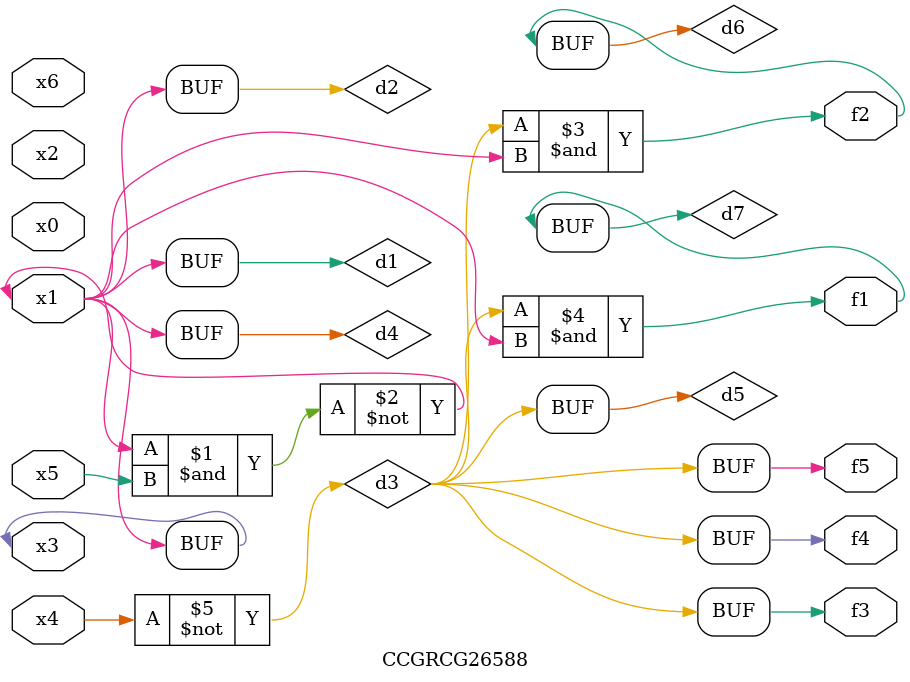
<source format=v>
module CCGRCG26588(
	input x0, x1, x2, x3, x4, x5, x6,
	output f1, f2, f3, f4, f5
);

	wire d1, d2, d3, d4, d5, d6, d7;

	buf (d1, x1, x3);
	nand (d2, x1, x5);
	not (d3, x4);
	buf (d4, d1, d2);
	buf (d5, d3);
	and (d6, d3, d4);
	and (d7, d3, d4);
	assign f1 = d7;
	assign f2 = d6;
	assign f3 = d5;
	assign f4 = d5;
	assign f5 = d5;
endmodule

</source>
